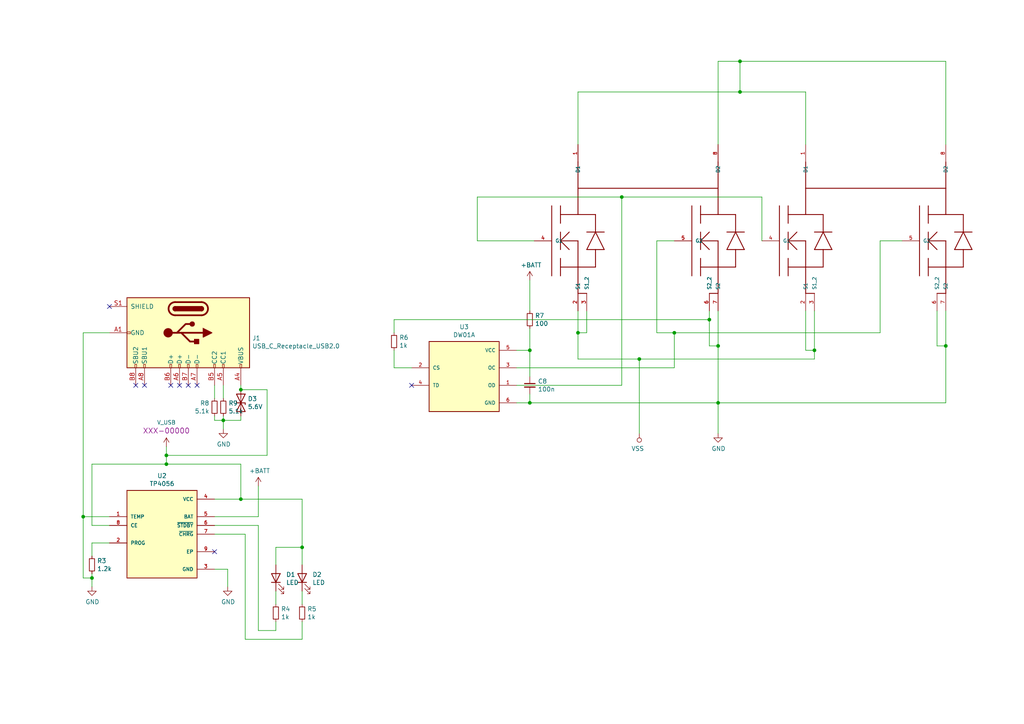
<source format=kicad_sch>
(kicad_sch (version 20231120) (generator "eeschema") (generator_version "8.0")
  (paper "A4")
  (lib_symbols
    (symbol "8205A:8205A" (pin_names (offset 1.016))
      (symbol "8205A_0_0"
        (polyline (pts (xy -25.4 12.7) (xy -25.4 -7.62)) (stroke (width 0.254)))
        (polyline (pts (xy -22.86 -7.62) (xy -22.86 -5.08)) (stroke (width 0.254)))
        (polyline (pts (xy -22.86 -5.08) (xy -22.86 -2.54)) (stroke (width 0.254)))
        (polyline (pts (xy -22.86 -5.08) (xy -17.78 -5.08)) (stroke (width 0.254)))
        (polyline (pts (xy -22.86 0) (xy -22.86 2.54)) (stroke (width 0.254)))
        (polyline (pts (xy -22.86 2.54) (xy -22.86 5.08)) (stroke (width 0.254)))
        (polyline (pts (xy -22.86 2.54) (xy -20.32 0)) (stroke (width 0.254)))
        (polyline (pts (xy -22.86 2.54) (xy -20.32 5.08)) (stroke (width 0.254)))
        (polyline (pts (xy -22.86 7.62) (xy -22.86 10.16)) (stroke (width 0.254)))
        (polyline (pts (xy -22.86 10.16) (xy -22.86 12.7)) (stroke (width 0.254)))
        (polyline (pts (xy -22.86 10.16) (xy -17.78 10.16)) (stroke (width 0.254)))
        (polyline (pts (xy -17.78 -5.08) (xy -17.78 -12.7)) (stroke (width 0.254)))
        (polyline (pts (xy -17.78 -5.08) (xy -17.78 2.54)) (stroke (width 0.254)))
        (polyline (pts (xy -17.78 -5.08) (xy -12.7 -5.08)) (stroke (width 0.254)))
        (polyline (pts (xy -17.78 2.54) (xy -22.86 2.54)) (stroke (width 0.254)))
        (polyline (pts (xy -17.78 10.16) (xy -17.78 17.78)) (stroke (width 0.254)))
        (polyline (pts (xy -17.78 10.16) (xy -12.7 10.16)) (stroke (width 0.254)))
        (polyline (pts (xy -17.78 17.78) (xy -17.78 25.4)) (stroke (width 0.254)))
        (polyline (pts (xy -17.78 17.78) (xy 22.86 17.78)) (stroke (width 0.254)))
        (polyline (pts (xy -15.24 -12.7) (xy -17.78 -12.7)) (stroke (width 0.254)))
        (polyline (pts (xy -15.24 0) (xy -12.7 0)) (stroke (width 0.254)))
        (polyline (pts (xy -15.24 5.08) (xy -12.7 5.08)) (stroke (width 0.254)))
        (polyline (pts (xy -12.7 -5.08) (xy -12.7 0)) (stroke (width 0.254)))
        (polyline (pts (xy -12.7 0) (xy -10.16 0)) (stroke (width 0.254)))
        (polyline (pts (xy -12.7 5.08) (xy -15.24 0)) (stroke (width 0.254)))
        (polyline (pts (xy -12.7 5.08) (xy -10.16 5.08)) (stroke (width 0.254)))
        (polyline (pts (xy -12.7 10.16) (xy -12.7 5.08)) (stroke (width 0.254)))
        (polyline (pts (xy -10.16 0) (xy -12.7 5.08)) (stroke (width 0.254)))
        (polyline (pts (xy 15.24 12.7) (xy 15.24 -7.62)) (stroke (width 0.254)))
        (polyline (pts (xy 17.78 -7.62) (xy 17.78 -5.08)) (stroke (width 0.254)))
        (polyline (pts (xy 17.78 -5.08) (xy 17.78 -2.54)) (stroke (width 0.254)))
        (polyline (pts (xy 17.78 -5.08) (xy 22.86 -5.08)) (stroke (width 0.254)))
        (polyline (pts (xy 17.78 0) (xy 17.78 2.54)) (stroke (width 0.254)))
        (polyline (pts (xy 17.78 2.54) (xy 17.78 5.08)) (stroke (width 0.254)))
        (polyline (pts (xy 17.78 2.54) (xy 20.32 0)) (stroke (width 0.254)))
        (polyline (pts (xy 17.78 2.54) (xy 20.32 5.08)) (stroke (width 0.254)))
        (polyline (pts (xy 17.78 7.62) (xy 17.78 10.16)) (stroke (width 0.254)))
        (polyline (pts (xy 17.78 10.16) (xy 17.78 12.7)) (stroke (width 0.254)))
        (polyline (pts (xy 17.78 10.16) (xy 22.86 10.16)) (stroke (width 0.254)))
        (polyline (pts (xy 20.32 -12.7) (xy 22.86 -12.7)) (stroke (width 0.254)))
        (polyline (pts (xy 22.86 -5.08) (xy 22.86 -12.7)) (stroke (width 0.254)))
        (polyline (pts (xy 22.86 -5.08) (xy 22.86 2.54)) (stroke (width 0.254)))
        (polyline (pts (xy 22.86 -5.08) (xy 27.94 -5.08)) (stroke (width 0.254)))
        (polyline (pts (xy 22.86 2.54) (xy 17.78 2.54)) (stroke (width 0.254)))
        (polyline (pts (xy 22.86 10.16) (xy 22.86 17.78)) (stroke (width 0.254)))
        (polyline (pts (xy 22.86 10.16) (xy 27.94 10.16)) (stroke (width 0.254)))
        (polyline (pts (xy 22.86 17.78) (xy 22.86 25.4)) (stroke (width 0.254)))
        (polyline (pts (xy 25.4 0) (xy 27.94 0)) (stroke (width 0.254)))
        (polyline (pts (xy 25.4 5.08) (xy 27.94 5.08)) (stroke (width 0.254)))
        (polyline (pts (xy 27.94 -5.08) (xy 27.94 0)) (stroke (width 0.254)))
        (polyline (pts (xy 27.94 0) (xy 30.48 0)) (stroke (width 0.254)))
        (polyline (pts (xy 27.94 5.08) (xy 25.4 0)) (stroke (width 0.254)))
        (polyline (pts (xy 27.94 5.08) (xy 30.48 5.08)) (stroke (width 0.254)))
        (polyline (pts (xy 27.94 10.16) (xy 27.94 5.08)) (stroke (width 0.254)))
        (polyline (pts (xy 30.48 0) (xy 27.94 5.08)) (stroke (width 0.254)))
        (pin bidirectional line (at -17.78 30.48 270) (length 5.08) (name "D1") (number "1"))
        (pin bidirectional line (at -17.78 -17.78 90) (length 5.08) (name "S1") (number "2"))
        (pin bidirectional line (at -15.24 -17.78 90) (length 5.08) (name "S1_2") (number "3"))
        (pin bidirectional line (at -30.48 2.54 0) (length 5.08) (name "G1") (number "4"))
        (pin bidirectional line (at 10.16 2.54 0) (length 5.08) (name "G2") (number "5"))
        (pin bidirectional line (at 20.32 -17.78 90) (length 5.08) (name "S2_2") (number "6"))
        (pin bidirectional line (at 22.86 -17.78 90) (length 5.08) (name "S2") (number "7"))
        (pin bidirectional line (at 22.86 30.48 270) (length 5.08) (name "D2") (number "8"))
      )
    )
    (symbol "DW01A:DW01A" (pin_names (offset 1.016))
      (property "Reference" "U" (at -10.16 11.43 0))
      (property "Value" "DW01A" (at -10.16 -12.7 0))
      (symbol "DW01A_0_0"
        (rectangle (start -10.16 -10.16) (end 10.16 10.16) (stroke (width 0.254)) (fill (type background)))
        (pin output line (at 15.24 -2.54 180) (length 5.08) (name "OD") (number "1"))
        (pin input line (at -15.24 2.54 0) (length 5.08) (name "CS") (number "2"))
        (pin output line (at 15.24 2.54 180) (length 5.08) (name "OC") (number "3"))
        (pin passive line (at -15.24 -2.54 0) (length 5.08) (name "TD") (number "4"))
        (pin power_in line (at 15.24 7.62 180) (length 5.08) (name "VCC") (number "5"))
        (pin power_in line (at 15.24 -7.62 180) (length 5.08) (name "GND") (number "6"))
      )
    )
    (symbol "Device:C_Small" (pin_numbers hide) (pin_names (offset 0.254) hide)
      (property "Reference" "C" (at 0.254 1.778 0))
      (property "Value" "C_Small" (at 0.254 -2.032 0))
      (symbol "C_Small_0_1"
        (polyline (pts (xy -1.524 -0.508) (xy 1.524 -0.508)) (stroke (width 0.3302)))
        (polyline (pts (xy -1.524 0.508) (xy 1.524 0.508)) (stroke (width 0.3048)))
      )
      (symbol "C_Small_1_1"
        (pin passive line (at 0 2.54 270) (length 2.032) (name "~") (number "1"))
        (pin passive line (at 0 -2.54 90) (length 2.032) (name "~") (number "2"))
      )
    )
    (symbol "Device:D_TVS" (pin_numbers hide) (pin_names (offset 1.016) hide)
      (property "Reference" "D" (at 0 2.54 0))
      (property "Value" "D_TVS" (at 0 -2.54 0))
      (symbol "D_TVS_0_1"
        (polyline (pts (xy 1.27 0) (xy -1.27 0)))
        (polyline (pts (xy 0.508 1.27) (xy 0 1.27) (xy 0 -1.27) (xy -0.508 -1.27)) (stroke (width 0.254)))
        (polyline (pts (xy -2.54 1.27) (xy -2.54 -1.27) (xy 2.54 1.27) (xy 2.54 -1.27) (xy -2.54 1.27)) (stroke (width 0.254)))
      )
      (symbol "D_TVS_1_1"
        (pin passive line (at -3.81 0 0) (length 2.54) (name "A1") (number "1"))
        (pin passive line (at 3.81 0 180) (length 2.54) (name "A2") (number "2"))
      )
    )
    (symbol "Device:LED" (pin_numbers hide) (pin_names (offset 1.016) hide)
      (property "Reference" "D" (at 0 2.54 0))
      (property "Value" "LED" (at 0 -2.54 0))
      (symbol "LED_0_1"
        (polyline (pts (xy -1.27 -1.27) (xy -1.27 1.27)) (stroke (width 0.254)))
        (polyline (pts (xy -1.27 0) (xy 1.27 0)))
        (polyline (pts (xy 1.27 -1.27) (xy 1.27 1.27) (xy -1.27 0) (xy 1.27 -1.27)) (stroke (width 0.254)))
        (polyline (pts (xy -3.048 -0.762) (xy -4.572 -2.286) (xy -3.81 -2.286) (xy -4.572 -2.286) (xy -4.572 -1.524)))
        (polyline (pts (xy -1.778 -0.762) (xy -3.302 -2.286) (xy -2.54 -2.286) (xy -3.302 -2.286) (xy -3.302 -1.524)))
      )
      (symbol "LED_1_1"
        (pin passive line (at -3.81 0 0) (length 2.54) (name "K") (number "1"))
        (pin passive line (at 3.81 0 180) (length 2.54) (name "A") (number "2"))
      )
    )
    (symbol "Device:R_Small" (pin_numbers hide) (pin_names (offset 0.254) hide)
      (property "Reference" "R" (at 0.762 0.508 0))
      (property "Value" "R_Small" (at 0.762 -1.016 0))
      (symbol "R_Small_0_1"
        (rectangle (start -0.762 1.778) (end 0.762 -1.778) (stroke (width 0.2032)))
      )
      (symbol "R_Small_1_1"
        (pin passive line (at 0 2.54 270) (length 0.762) (name "~") (number "1"))
        (pin passive line (at 0 -2.54 90) (length 0.762) (name "~") (number "2"))
      )
    )
    (symbol "TP4056:TP4056" (pin_names (offset 1.016))
      (property "Reference" "U" (at -10.16 13.208 0))
      (property "Value" "TP4056" (at -10.16 -15.24 0))
      (symbol "TP4056_0_0"
        (rectangle (start -10.16 -12.7) (end 10.16 12.7) (stroke (width 0.254)) (fill (type background)))
        (pin input line (at -15.24 5.08 0) (length 5.08) (name "TEMP") (number "1"))
        (pin bidirectional line (at -15.24 -2.54 0) (length 5.08) (name "PROG") (number "2"))
        (pin power_in line (at 15.24 -10.16 180) (length 5.08) (name "GND") (number "3"))
        (pin power_in line (at 15.24 10.16 180) (length 5.08) (name "VCC") (number "4"))
        (pin output line (at 15.24 5.08 180) (length 5.08) (name "BAT") (number "5"))
        (pin output line (at 15.24 2.54 180) (length 5.08) (name "~{STDBY}") (number "6"))
        (pin output line (at 15.24 0 180) (length 5.08) (name "~{CHRG}") (number "7"))
        (pin input line (at -15.24 2.54 0) (length 5.08) (name "CE") (number "8"))
        (pin passive line (at 15.24 -5.08 180) (length 5.08) (name "EP") (number "9"))
      )
    )
    (symbol "gopro-powerbank-rescue:+BATT-power" (power) (pin_names (offset 0))
      (property "Value" "power_+BATT" (at 0 3.556 0))
      (symbol "+BATT-power_0_1"
        (polyline (pts (xy -0.762 1.27) (xy 0 2.54)))
        (polyline (pts (xy 0 0) (xy 0 2.54)))
        (polyline (pts (xy 0 2.54) (xy 0.762 1.27)))
      )
      (symbol "+BATT-power_1_1"
        (pin power_in line (at 0 0 90) (length 0) hide (name "+BATT") (number "1"))
      )
    )
    (symbol "gopro-powerbank-rescue:GND-power" (power) (pin_names (offset 0))
      (property "Value" "power_GND" (at 0 -3.81 0))
      (symbol "GND-power_0_1"
        (polyline (pts (xy 0 0) (xy 0 -1.27) (xy 1.27 -1.27) (xy 0 -2.54) (xy -1.27 -1.27) (xy 0 -1.27)))
      )
      (symbol "GND-power_1_1"
        (pin power_in line (at 0 0 270) (length 0) hide (name "GND") (number "1"))
      )
    )
    (symbol "gopro-powerbank-rescue:USB_C_Receptacle_USB2.0-Connector" (pin_names (offset 1.016))
      (property "Reference" "J" (at -10.16 19.05 0))
      (property "Value" "Connector_USB_C_Receptacle_USB2.0" (at 19.05 19.05 0))
      (symbol "USB_C_Receptacle_USB2.0-Connector_0_0"
        (rectangle (start -0.254 -17.78) (end 0.254 -16.764))
        (rectangle (start 10.16 -14.986) (end 9.144 -15.494))
        (rectangle (start 10.16 -12.446) (end 9.144 -12.954))
        (rectangle (start 10.16 -4.826) (end 9.144 -5.334))
        (rectangle (start 10.16 -2.286) (end 9.144 -2.794))
        (rectangle (start 10.16 0.254) (end 9.144 -0.254))
        (rectangle (start 10.16 2.794) (end 9.144 2.286))
        (rectangle (start 10.16 7.874) (end 9.144 7.366))
        (rectangle (start 10.16 10.414) (end 9.144 9.906))
        (rectangle (start 10.16 15.494) (end 9.144 14.986))
      )
      (symbol "USB_C_Receptacle_USB2.0-Connector_0_1"
        (rectangle (start -10.16 17.78) (end 10.16 -17.78) (stroke (width 0.254)) (fill (type background)))
        (arc (start -8.89 -3.81) (mid -6.985 -5.715) (end -5.08 -3.81) (stroke (width 0.508)))
        (arc (start -7.62 -3.81) (mid -6.985 -4.445) (end -6.35 -3.81) (stroke (width 0.254)))
        (arc (start -7.62 -3.81) (mid -6.985 -4.445) (end -6.35 -3.81) (stroke (width 0.254)) (fill (type outline)))
        (rectangle (start -7.62 -3.81) (end -6.35 3.81) (stroke (width 0.254)) (fill (type outline)))
        (arc (start -6.35 3.81) (mid -6.985 4.445) (end -7.62 3.81) (stroke (width 0.254)))
        (arc (start -6.35 3.81) (mid -6.985 4.445) (end -7.62 3.81) (stroke (width 0.254)) (fill (type outline)))
        (arc (start -5.08 3.81) (mid -6.985 5.715) (end -8.89 3.81) (stroke (width 0.508)))
        (circle (center -2.54 1.143) (radius 0.635) (stroke (width 0.254)) (fill (type outline)))
        (circle (center 0 -5.842) (radius 1.27) (fill (type outline)))
        (polyline (pts (xy -8.89 -3.81) (xy -8.89 3.81)) (stroke (width 0.508)))
        (polyline (pts (xy -5.08 3.81) (xy -5.08 -3.81)) (stroke (width 0.508)))
        (polyline (pts (xy 0 -5.842) (xy 0 4.318)) (stroke (width 0.508)))
        (polyline (pts (xy 0 -3.302) (xy -2.54 -0.762) (xy -2.54 0.508)) (stroke (width 0.508)))
        (polyline (pts (xy 0 -2.032) (xy 2.54 0.508) (xy 2.54 1.778)) (stroke (width 0.508)))
        (polyline (pts (xy -1.27 4.318) (xy 0 6.858) (xy 1.27 4.318) (xy -1.27 4.318)) (stroke (width 0.254)) (fill (type outline)))
        (rectangle (start 1.905 1.778) (end 3.175 3.048) (stroke (width 0.254)) (fill (type outline)))
      )
      (symbol "USB_C_Receptacle_USB2.0-Connector_1_1"
        (pin power_in line (at 0 -22.86 90) (length 5.08) (name "GND") (number "A1"))
        (pin passive line (at 0 -22.86 90) (length 5.08) hide (name "GND") (number "A12"))
        (pin power_in line (at 15.24 15.24 180) (length 5.08) (name "VBUS") (number "A4"))
        (pin bidirectional line (at 15.24 10.16 180) (length 5.08) (name "CC1") (number "A5"))
        (pin bidirectional line (at 15.24 -2.54 180) (length 5.08) (name "D+") (number "A6"))
        (pin bidirectional line (at 15.24 2.54 180) (length 5.08) (name "D-") (number "A7"))
        (pin bidirectional line (at 15.24 -12.7 180) (length 5.08) (name "SBU1") (number "A8"))
        (pin passive line (at 15.24 15.24 180) (length 5.08) hide (name "VBUS") (number "A9"))
        (pin passive line (at 0 -22.86 90) (length 5.08) hide (name "GND") (number "B1"))
        (pin passive line (at 0 -22.86 90) (length 5.08) hide (name "GND") (number "B12"))
        (pin passive line (at 15.24 15.24 180) (length 5.08) hide (name "VBUS") (number "B4"))
        (pin bidirectional line (at 15.24 7.62 180) (length 5.08) (name "CC2") (number "B5"))
        (pin bidirectional line (at 15.24 -5.08 180) (length 5.08) (name "D+") (number "B6"))
        (pin bidirectional line (at 15.24 0 180) (length 5.08) (name "D-") (number "B7"))
        (pin bidirectional line (at 15.24 -15.24 180) (length 5.08) (name "SBU2") (number "B8"))
        (pin passive line (at 15.24 15.24 180) (length 5.08) hide (name "VBUS") (number "B9"))
        (pin passive line (at -7.62 -22.86 90) (length 5.08) (name "SHIELD") (number "S1"))
      )
    )
    (symbol "gopro-powerbank-rescue:VSS-power" (power) (pin_names (offset 0))
      (property "Value" "power_VSS" (at 0 3.81 0))
      (symbol "VSS-power_0_1"
        (polyline (pts (xy 0 0) (xy 0 1.27)))
        (circle (center 0 1.905) (radius 0.635))
      )
      (symbol "VSS-power_1_1"
        (pin power_in line (at 0 0 90) (length 0) hide (name "VSS") (number "1"))
      )
    )
    (symbol "gopro-powerbank-rescue:V_USB-SparkFun-PowerSymbols" (power) (pin_numbers hide) (pin_names (offset 1.016) hide)
      (property "Value" "SparkFun-PowerSymbols_V_USB" (at -2.54 3.81 0))
      (property "Footprint" "XXX-00000" (at 0 7.62 0))
      (symbol "V_USB-SparkFun-PowerSymbols_1_0"
        (polyline (pts (xy 0 0) (xy 0 2.54)))
        (polyline (pts (xy 0 2.54) (xy -0.762 1.27)))
        (polyline (pts (xy 0.762 1.27) (xy 0 2.54)))
      )
      (symbol "V_USB-SparkFun-PowerSymbols_1_1"
        (pin power_in line (at 0 0 90) (length 0) hide (name "V_USB") (number "~"))
      )
    )
  )
  (junction (at 274.32 100.33))
  (junction (at 87.63 158.75))
  (junction (at 48.26 134.62))
  (junction (at 64.77 121.92))
  (junction (at 153.67 116.84))
  (junction (at 167.64 96.52))
  (junction (at 208.28 100.33))
  (junction (at 153.67 101.6))
  (junction (at 26.67 167.64))
  (junction (at 214.63 26.67))
  (junction (at 180.34 57.15))
  (junction (at 195.58 96.52))
  (junction (at 205.74 92.71))
  (junction (at 69.85 113.03))
  (junction (at 214.63 17.78))
  (junction (at 69.85 144.78))
  (junction (at 185.42 104.14))
  (junction (at 208.28 116.84))
  (junction (at 236.22 101.6))
  (junction (at 48.26 132.08))
  (junction (at 24.13 149.86))
  (no_connect (at 49.53 111.76))
  (no_connect (at 41.91 111.76))
  (no_connect (at 31.75 88.9))
  (no_connect (at 39.37 111.76))
  (no_connect (at 119.38 111.76))
  (no_connect (at 57.15 111.76))
  (no_connect (at 62.23 160.02))
  (no_connect (at 54.61 111.76))
  (no_connect (at 52.07 111.76))
  (wire (pts (xy 153.67 116.84) (xy 208.28 116.84)))
  (wire (pts (xy 208.28 90.17) (xy 208.28 100.33)))
  (wire (pts (xy 69.85 121.92) (xy 64.77 121.92)))
  (wire (pts (xy 114.3 106.68) (xy 114.3 101.6)))
  (wire (pts (xy 87.63 144.78) (xy 87.63 158.75)))
  (wire (pts (xy 271.78 100.33) (xy 271.78 90.17)))
  (wire (pts (xy 31.75 149.86) (xy 24.13 149.86)))
  (wire (pts (xy 205.74 90.17) (xy 205.74 92.71)))
  (wire (pts (xy 214.63 17.78) (xy 274.32 17.78)))
  (wire (pts (xy 167.64 104.14) (xy 185.42 104.14)))
  (wire (pts (xy 26.67 134.62) (xy 48.26 134.62)))
  (wire (pts (xy 62.23 120.65) (xy 62.23 121.92)))
  (wire (pts (xy 119.38 106.68) (xy 114.3 106.68)))
  (wire (pts (xy 69.85 111.76) (xy 69.85 113.03)))
  (wire (pts (xy 185.42 125.73) (xy 185.42 104.14)))
  (wire (pts (xy 167.64 41.91) (xy 167.64 26.67)))
  (wire (pts (xy 180.34 111.76) (xy 180.34 57.15)))
  (wire (pts (xy 167.64 104.14) (xy 167.64 96.52)))
  (wire (pts (xy 77.47 113.03) (xy 77.47 132.08)))
  (wire (pts (xy 208.28 41.91) (xy 208.28 17.78)))
  (wire (pts (xy 74.93 140.97) (xy 74.93 149.86)))
  (wire (pts (xy 69.85 134.62) (xy 69.85 144.78)))
  (wire (pts (xy 80.01 158.75) (xy 87.63 158.75)))
  (wire (pts (xy 48.26 134.62) (xy 69.85 134.62)))
  (wire (pts (xy 153.67 81.28) (xy 153.67 90.17)))
  (wire (pts (xy 31.75 157.48) (xy 26.67 157.48)))
  (wire (pts (xy 69.85 144.78) (xy 62.23 144.78)))
  (wire (pts (xy 255.27 96.52) (xy 255.27 69.85)))
  (wire (pts (xy 255.27 69.85) (xy 261.62 69.85)))
  (wire (pts (xy 80.01 182.88) (xy 74.93 182.88)))
  (wire (pts (xy 48.26 132.08) (xy 48.26 134.62)))
  (wire (pts (xy 74.93 149.86) (xy 62.23 149.86)))
  (wire (pts (xy 138.43 57.15) (xy 180.34 57.15)))
  (wire (pts (xy 233.68 101.6) (xy 233.68 90.17)))
  (wire (pts (xy 233.68 101.6) (xy 236.22 101.6)))
  (wire (pts (xy 87.63 185.42) (xy 71.12 185.42)))
  (wire (pts (xy 64.77 121.92) (xy 64.77 124.46)))
  (wire (pts (xy 80.01 180.34) (xy 80.01 182.88)))
  (wire (pts (xy 208.28 17.78) (xy 214.63 17.78)))
  (wire (pts (xy 195.58 69.85) (xy 190.5 69.85)))
  (wire (pts (xy 205.74 100.33) (xy 208.28 100.33)))
  (wire (pts (xy 214.63 26.67) (xy 214.63 17.78)))
  (wire (pts (xy 80.01 171.45) (xy 80.01 175.26)))
  (wire (pts (xy 62.23 165.1) (xy 66.04 165.1)))
  (wire (pts (xy 114.3 96.52) (xy 114.3 92.71)))
  (wire (pts (xy 154.94 69.85) (xy 138.43 69.85)))
  (wire (pts (xy 274.32 100.33) (xy 274.32 90.17)))
  (wire (pts (xy 220.98 57.15) (xy 220.98 69.85)))
  (wire (pts (xy 69.85 144.78) (xy 87.63 144.78)))
  (wire (pts (xy 170.18 90.17) (xy 170.18 96.52)))
  (wire (pts (xy 74.93 152.4) (xy 62.23 152.4)))
  (wire (pts (xy 24.13 96.52) (xy 24.13 149.86)))
  (wire (pts (xy 185.42 104.14) (xy 236.22 104.14)))
  (wire (pts (xy 208.28 116.84) (xy 274.32 116.84)))
  (wire (pts (xy 153.67 95.25) (xy 153.67 101.6)))
  (wire (pts (xy 64.77 111.76) (xy 64.77 115.57)))
  (wire (pts (xy 66.04 165.1) (xy 66.04 170.18)))
  (wire (pts (xy 87.63 171.45) (xy 87.63 175.26)))
  (wire (pts (xy 149.86 111.76) (xy 180.34 111.76)))
  (wire (pts (xy 153.67 114.3) (xy 153.67 116.84)))
  (wire (pts (xy 26.67 170.18) (xy 26.67 167.64)))
  (wire (pts (xy 74.93 182.88) (xy 74.93 152.4)))
  (wire (pts (xy 233.68 26.67) (xy 233.68 41.91)))
  (wire (pts (xy 205.74 92.71) (xy 205.74 100.33)))
  (wire (pts (xy 71.12 185.42) (xy 71.12 154.94)))
  (wire (pts (xy 208.28 100.33) (xy 208.28 116.84)))
  (wire (pts (xy 190.5 69.85) (xy 190.5 96.52)))
  (wire (pts (xy 24.13 149.86) (xy 24.13 167.64)))
  (wire (pts (xy 236.22 90.17) (xy 236.22 101.6)))
  (wire (pts (xy 62.23 121.92) (xy 64.77 121.92)))
  (wire (pts (xy 87.63 180.34) (xy 87.63 185.42)))
  (wire (pts (xy 62.23 111.76) (xy 62.23 115.57)))
  (wire (pts (xy 153.67 101.6) (xy 153.67 109.22)))
  (wire (pts (xy 195.58 96.52) (xy 255.27 96.52)))
  (wire (pts (xy 167.64 96.52) (xy 167.64 90.17)))
  (wire (pts (xy 87.63 158.75) (xy 87.63 163.83)))
  (wire (pts (xy 190.5 96.52) (xy 195.58 96.52)))
  (wire (pts (xy 114.3 92.71) (xy 205.74 92.71)))
  (wire (pts (xy 274.32 17.78) (xy 274.32 41.91)))
  (wire (pts (xy 69.85 113.03) (xy 77.47 113.03)))
  (wire (pts (xy 26.67 157.48) (xy 26.67 161.29)))
  (wire (pts (xy 208.28 125.73) (xy 208.28 116.84)))
  (wire (pts (xy 26.67 167.64) (xy 26.67 166.37)))
  (wire (pts (xy 274.32 116.84) (xy 274.32 100.33)))
  (wire (pts (xy 31.75 152.4) (xy 26.67 152.4)))
  (wire (pts (xy 26.67 152.4) (xy 26.67 134.62)))
  (wire (pts (xy 153.67 101.6) (xy 149.86 101.6)))
  (wire (pts (xy 167.64 26.67) (xy 214.63 26.67)))
  (wire (pts (xy 77.47 132.08) (xy 48.26 132.08)))
  (wire (pts (xy 69.85 120.65) (xy 69.85 121.92)))
  (wire (pts (xy 71.12 154.94) (xy 62.23 154.94)))
  (wire (pts (xy 271.78 100.33) (xy 274.32 100.33)))
  (wire (pts (xy 48.26 129.54) (xy 48.26 132.08)))
  (wire (pts (xy 214.63 26.67) (xy 233.68 26.67)))
  (wire (pts (xy 236.22 101.6) (xy 236.22 104.14)))
  (wire (pts (xy 138.43 69.85) (xy 138.43 57.15)))
  (wire (pts (xy 64.77 120.65) (xy 64.77 121.92)))
  (wire (pts (xy 80.01 163.83) (xy 80.01 158.75)))
  (wire (pts (xy 24.13 167.64) (xy 26.67 167.64)))
  (wire (pts (xy 180.34 57.15) (xy 220.98 57.15)))
  (wire (pts (xy 149.86 106.68) (xy 195.58 106.68)))
  (wire (pts (xy 195.58 106.68) (xy 195.58 96.52)))
  (wire (pts (xy 149.86 116.84) (xy 153.67 116.84)))
  (wire (pts (xy 31.75 96.52) (xy 24.13 96.52)))
  (wire (pts (xy 167.64 96.52) (xy 170.18 96.52)))
  (symbol (lib_id "Device:LED") (at 80.01 167.64 90) (unit 1)
    (property "Reference" "D1" (at 82.9818 166.6494 90) (effects (justify right)))
    (property "Value" "LED" (at 82.9818 168.9608 90) (effects (justify right)))
    (property "Footprint" "LED_SMD:LED_0805_2012Metric_Pad1.15x1.40mm_HandSolder" (effects (hide yes)))
  )
  (symbol (lib_id "gopro-powerbank-rescue:USB_C_Receptacle_USB2.0-Connector") (at 54.61 96.52 270) (unit 1)
    (property "Reference" "J1" (at 73.152 98.0694 90) (effects (justify left)))
    (property "Value" "USB_C_Receptacle_USB2.0" (at 73.152 100.3808 90) (effects (justify left)))
    (property "Footprint" "Connector_USB:USB_C_Receptacle_HRO_TYPE-C-31-M-12" (effects (hide yes)))
    (property "Datasheet" "https://www.usb.org/sites/default/files/documents/usb_type-c.zip" (effects (hide yes)))
  )
  (symbol (lib_id "Device:R_Small") (at 80.01 177.8 0) (unit 1)
    (property "Reference" "R4" (at 81.5086 176.6316 0) (effects (justify left)))
    (property "Value" "1k" (at 81.5086 178.943 0) (effects (justify left)))
    (property "Footprint" "Resistor_SMD:R_0805_2012Metric_Pad1.15x1.40mm_HandSolder" (effects (hide yes)))
  )
  (symbol (lib_id "Device:R_Small") (at 87.63 177.8 0) (unit 1)
    (property "Reference" "R5" (at 89.1286 176.6316 0) (effects (justify left)))
    (property "Value" "1k" (at 89.1286 178.943 0) (effects (justify left)))
    (property "Footprint" "Resistor_SMD:R_0805_2012Metric_Pad1.15x1.40mm_HandSolder" (effects (hide yes)))
  )
  (symbol (lib_id "Device:LED") (at 87.63 167.64 90) (unit 1)
    (property "Reference" "D2" (at 90.6018 166.6494 90) (effects (justify right)))
    (property "Value" "LED" (at 90.6018 168.9608 90) (effects (justify right)))
    (property "Footprint" "LED_SMD:LED_0805_2012Metric_Pad1.15x1.40mm_HandSolder" (effects (hide yes)))
  )
  (symbol (lib_id "TP4056:TP4056") (at 46.99 154.94 0) (unit 1)
    (property "Reference" "U2" (at 46.99 137.9982 0))
    (property "Value" "TP4056" (at 46.99 140.3096 0))
    (property "Footprint" "gopro-powerbank:SOP127P600X175-9N" (effects (hide yes)))
    (property "MF" "NanJing Top Power ASIC Corp." (effects (hide yes)))
    (property "MAXIMUM_PACKAGE_HEIGHT" "1.75mm" (effects (hide yes)))
    (property "Package" "Package" (effects (hide yes)))
    (property "Price" "None" (effects (hide yes)))
    (property "Check_prices" "https://www.snapeda.com/parts/TP4056/NanJing+Top+Power+ASIC+Corp./view-part/?ref=eda" (effects (hide yes)))
    (property "STANDARD" "IPC 7351B" (effects (hide yes)))
    (property "SnapEDA_Link" "https://www.snapeda.com/parts/TP4056/NanJing+Top+Power+ASIC+Corp./view-part/?ref=snap" (effects (hide yes)))
    (property "MP" "TP4056" (effects (hide yes)))
    (property "Description" "\\nComplete single cell Li-Ion battery with a constant current / constant voltage linear charger\\n" (effects (hide yes)))
    (property "Availability" "Not in stock" (effects (hide yes)))
    (property "MANUFACTURER" "NanJing Top Power ASIC Corp." (effects (hide yes)))
  )
  (symbol (lib_id "8205A:8205A") (at 185.42 72.39 0) (unit 1)
    (property "Reference" "U4" (effects (hide yes)))
    (property "Value" "8205A" (effects (hide yes)))
    (property "Footprint" "gopro-powerbank:TSSOP8" (effects (hide yes)))
    (property "MF" "GUANGDONG HOTTECH INDUSTRIAL CO.,LTD." (effects (hide yes)))
    (property "Description" "\\nDual N-Channel Enhancement Mode MOSFET\\n" (effects (hide yes)))
    (property "Package" "None" (effects (hide yes)))
    (property "Price" "None" (effects (hide yes)))
    (property "SnapEDA_Link" "https://www.snapeda.com/parts/8205A/Xmore+Industrial/view-part/?ref=snap" (effects (hide yes)))
    (property "MP" "8205A" (effects (hide yes)))
    (property "Availability" "In Stock" (effects (hide yes)))
    (property "Check_prices" "https://www.snapeda.com/parts/8205A/Xmore+Industrial/view-part/?ref=eda" (effects (hide yes)))
  )
  (symbol (lib_id "8205A:8205A") (at 251.46 72.39 0) (unit 1)
    (property "Reference" "U5" (effects (hide yes)))
    (property "Value" "8205A" (effects (hide yes)))
    (property "Footprint" "gopro-powerbank:TSSOP8" (effects (hide yes)))
    (property "MF" "GUANGDONG HOTTECH INDUSTRIAL CO.,LTD." (effects (hide yes)))
    (property "Description" "\\nDual N-Channel Enhancement Mode MOSFET\\n" (effects (hide yes)))
    (property "Package" "None" (effects (hide yes)))
    (property "Price" "None" (effects (hide yes)))
    (property "SnapEDA_Link" "https://www.snapeda.com/parts/8205A/Xmore+Industrial/view-part/?ref=snap" (effects (hide yes)))
    (property "MP" "8205A" (effects (hide yes)))
    (property "Availability" "In Stock" (effects (hide yes)))
    (property "Check_prices" "https://www.snapeda.com/parts/8205A/Xmore+Industrial/view-part/?ref=eda" (effects (hide yes)))
  )
  (symbol (lib_id "Device:R_Small") (at 26.67 163.83 0) (unit 1)
    (property "Reference" "R3" (at 28.1686 162.6616 0) (effects (justify left)))
    (property "Value" "1.2k" (at 28.1686 164.973 0) (effects (justify left)))
    (property "Footprint" "Resistor_SMD:R_0805_2012Metric_Pad1.15x1.40mm_HandSolder" (effects (hide yes)))
  )
  (symbol (lib_id "DW01A:DW01A") (at 134.62 109.22 0) (unit 1)
    (property "Reference" "U3" (at 134.62 94.8182 0))
    (property "Value" "DW01A" (at 134.62 97.1296 0))
    (property "Footprint" "gopro-powerbank:SOT95P280X145-6N" (effects (hide yes)))
    (property "MF" "Fortune Semiconductor" (effects (hide yes)))
    (property "SNAPEDA_PACKAGE_ID" "103849" (effects (hide yes)))
    (property "Package" "SOT-23-6 Fortune Semiconductor" (effects (hide yes)))
    (property "Price" "None" (effects (hide yes)))
    (property "Check_prices" "https://www.snapeda.com/parts/DW01A/Fortune+Semiconductor/view-part/?ref=eda" (effects (hide yes)))
    (property "STANDARD" "IPC 7351B" (effects (hide yes)))
    (property "PARTREV" "1.8" (effects (hide yes)))
    (property "SnapEDA_Link" "https://www.snapeda.com/parts/DW01A/Fortune+Semiconductor/view-part/?ref=snap" (effects (hide yes)))
    (property "MP" "DW01A" (effects (hide yes)))
    (property "Description" "\\nOne Cell Lithium-ion/Polymer Battery Protection IC\\n" (effects (hide yes)))
    (property "MANUFACTURER" "Fortune Semiconductor" (effects (hide yes)))
    (property "Availability" "Not in stock" (effects (hide yes)))
    (property "MAXIMUM_PACKAGE_HEIGHT" "1.45mm" (effects (hide yes)))
  )
  (symbol (lib_id "Device:R_Small") (at 114.3 99.06 0) (unit 1)
    (property "Reference" "R6" (at 115.7986 97.8916 0) (effects (justify left)))
    (property "Value" "1k" (at 115.7986 100.203 0) (effects (justify left)))
    (property "Footprint" "Resistor_SMD:R_0805_2012Metric_Pad1.15x1.40mm_HandSolder" (effects (hide yes)))
  )
  (symbol (lib_id "gopro-powerbank-rescue:GND-power") (at 26.67 170.18 0) (unit 1)
    (property "Reference" "#PWR03" (effects (hide yes)))
    (property "Value" "GND" (at 26.797 174.5742 0))
  )
  (symbol (lib_id "Device:R_Small") (at 153.67 92.71 0) (unit 1)
    (property "Reference" "R7" (at 155.1686 91.5416 0) (effects (justify left)))
    (property "Value" "100" (at 155.1686 93.853 0) (effects (justify left)))
    (property "Footprint" "Resistor_SMD:R_0805_2012Metric_Pad1.15x1.40mm_HandSolder" (effects (hide yes)))
  )
  (symbol (lib_id "Device:C_Small") (at 153.67 111.76 0) (unit 1)
    (property "Reference" "C8" (at 156.0068 110.5916 0) (effects (justify left)))
    (property "Value" "100n" (at 156.0068 112.903 0) (effects (justify left)))
    (property "Footprint" "Capacitor_SMD:C_0805_2012Metric_Pad1.15x1.40mm_HandSolder" (effects (hide yes)))
  )
  (symbol (lib_id "gopro-powerbank-rescue:GND-power") (at 66.04 170.18 0) (unit 1)
    (property "Reference" "#PWR04" (effects (hide yes)))
    (property "Value" "GND" (at 66.167 174.5742 0))
  )
  (symbol (lib_id "gopro-powerbank-rescue:+BATT-power") (at 153.67 81.28 0) (unit 1)
    (property "Reference" "#PWR06" (effects (hide yes)))
    (property "Value" "+BATT" (at 154.051 76.8858 0))
  )
  (symbol (lib_id "Device:R_Small") (at 62.23 118.11 0) (mirror x) (unit 1)
    (property "Reference" "R8" (at 60.7314 116.9416 0) (effects (justify right)))
    (property "Value" "5.1k" (at 60.7314 119.253 0) (effects (justify right)))
    (property "Footprint" "Resistor_SMD:R_0805_2012Metric_Pad1.15x1.40mm_HandSolder" (effects (hide yes)))
  )
  (symbol (lib_id "Device:R_Small") (at 64.77 118.11 0) (unit 1)
    (property "Reference" "R9" (at 66.2686 116.9416 0) (effects (justify left)))
    (property "Value" "5.1k" (at 66.2686 119.253 0) (effects (justify left)))
    (property "Footprint" "Resistor_SMD:R_0805_2012Metric_Pad1.15x1.40mm_HandSolder" (effects (hide yes)))
  )
  (symbol (lib_id "gopro-powerbank-rescue:GND-power") (at 64.77 124.46 0) (unit 1)
    (property "Reference" "#PWR07" (effects (hide yes)))
    (property "Value" "GND" (at 64.897 128.8542 0))
  )
  (symbol (lib_id "Device:D_TVS") (at 69.85 116.84 270) (unit 1)
    (property "Reference" "D3" (at 71.8566 115.6716 90) (effects (justify left)))
    (property "Value" "5.6V" (at 71.8566 117.983 90) (effects (justify left)))
    (property "Footprint" "Diode_SMD:D_SOD-323_HandSoldering" (effects (hide yes)))
  )
  (symbol (lib_id "gopro-powerbank-rescue:GND-power") (at 208.28 125.73 0) (unit 1)
    (property "Reference" "#PWR08" (effects (hide yes)))
    (property "Value" "GND" (at 208.407 130.1242 0))
  )
  (symbol (lib_id "gopro-powerbank-rescue:+BATT-power") (at 74.93 140.97 0) (unit 1)
    (property "Reference" "#PWR05" (effects (hide yes)))
    (property "Value" "+BATT" (at 75.311 136.5758 0))
  )
  (symbol (lib_id "gopro-powerbank-rescue:VSS-power") (at 185.42 125.73 180) (unit 1)
    (property "Reference" "#PWR0105" (effects (hide yes)))
    (property "Value" "VSS" (at 184.9628 130.1242 0))
  )
  (symbol (lib_id "gopro-powerbank-rescue:V_USB-SparkFun-PowerSymbols") (at 48.26 129.54 0) (unit 1)
    (property "Reference" "#SUPPLY01" (effects (hide yes)))
    (property "Value" "V_USB" (at 48.26 122.5296 0) (effects (font (size 1.143 1.143))))
    (property "Footprint" "XXX-00000" (at 48.26 124.9426 0) (effects (font (size 1.524 1.524))))
  )
)
</source>
